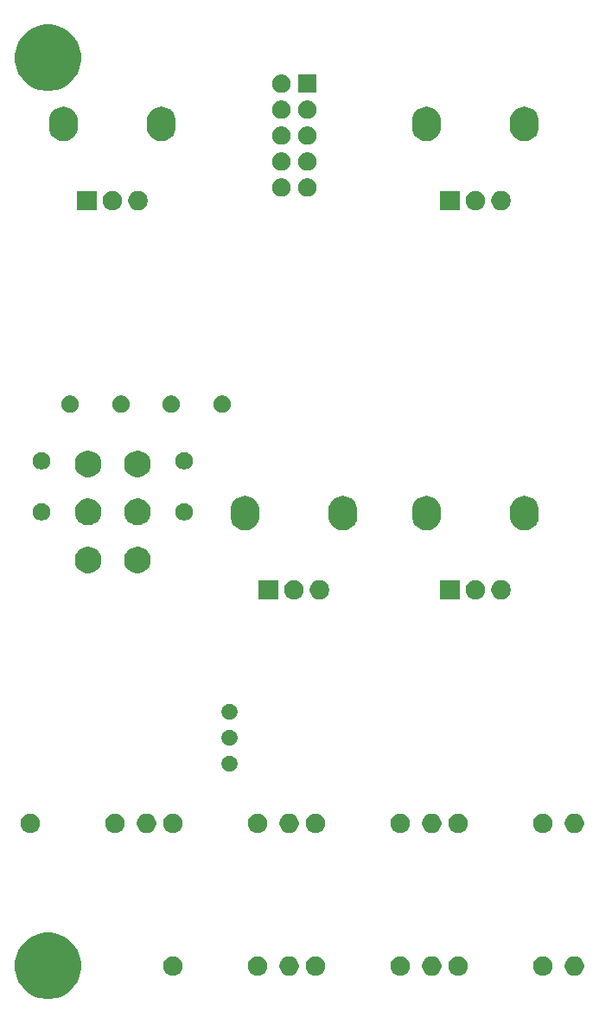
<source format=gbr>
G04 #@! TF.GenerationSoftware,KiCad,Pcbnew,5.1.6-c6e7f7d~87~ubuntu18.04.1*
G04 #@! TF.CreationDate,2020-08-03T08:46:45-04:00*
G04 #@! TF.ProjectId,2164SVF,32313634-5356-4462-9e6b-696361645f70,1*
G04 #@! TF.SameCoordinates,Original*
G04 #@! TF.FileFunction,Soldermask,Top*
G04 #@! TF.FilePolarity,Negative*
%FSLAX46Y46*%
G04 Gerber Fmt 4.6, Leading zero omitted, Abs format (unit mm)*
G04 Created by KiCad (PCBNEW 5.1.6-c6e7f7d~87~ubuntu18.04.1) date 2020-08-03 08:46:45*
%MOMM*%
%LPD*%
G01*
G04 APERTURE LIST*
%ADD10C,0.100000*%
G04 APERTURE END LIST*
D10*
G36*
X108584239Y-137781467D02*
G01*
X108898282Y-137843934D01*
X109489926Y-138089001D01*
X110022392Y-138444784D01*
X110475216Y-138897608D01*
X110830999Y-139430074D01*
X111076066Y-140021718D01*
X111117756Y-140231309D01*
X111201000Y-140649803D01*
X111201000Y-141290197D01*
X111144105Y-141576225D01*
X111076066Y-141918282D01*
X110830999Y-142509926D01*
X110475216Y-143042392D01*
X110022392Y-143495216D01*
X109489926Y-143850999D01*
X108898282Y-144096066D01*
X108584239Y-144158533D01*
X108270197Y-144221000D01*
X107629803Y-144221000D01*
X107315761Y-144158533D01*
X107001718Y-144096066D01*
X106410074Y-143850999D01*
X105877608Y-143495216D01*
X105424784Y-143042392D01*
X105069001Y-142509926D01*
X104823934Y-141918282D01*
X104755895Y-141576225D01*
X104699000Y-141290197D01*
X104699000Y-140649803D01*
X104782244Y-140231309D01*
X104823934Y-140021718D01*
X105069001Y-139430074D01*
X105424784Y-138897608D01*
X105877608Y-138444784D01*
X106410074Y-138089001D01*
X107001718Y-137843934D01*
X107315761Y-137781467D01*
X107629803Y-137719000D01*
X108270197Y-137719000D01*
X108584239Y-137781467D01*
G37*
G36*
X159792395Y-140055546D02*
G01*
X159965466Y-140127234D01*
X159965467Y-140127235D01*
X160121227Y-140231310D01*
X160253690Y-140363773D01*
X160253691Y-140363775D01*
X160357766Y-140519534D01*
X160429454Y-140692605D01*
X160466000Y-140876333D01*
X160466000Y-141063667D01*
X160429454Y-141247395D01*
X160357766Y-141420466D01*
X160357765Y-141420467D01*
X160253690Y-141576227D01*
X160121227Y-141708690D01*
X160042818Y-141761081D01*
X159965466Y-141812766D01*
X159792395Y-141884454D01*
X159608667Y-141921000D01*
X159421333Y-141921000D01*
X159237605Y-141884454D01*
X159064534Y-141812766D01*
X158987182Y-141761081D01*
X158908773Y-141708690D01*
X158776310Y-141576227D01*
X158672235Y-141420467D01*
X158672234Y-141420466D01*
X158600546Y-141247395D01*
X158564000Y-141063667D01*
X158564000Y-140876333D01*
X158600546Y-140692605D01*
X158672234Y-140519534D01*
X158776309Y-140363775D01*
X158776310Y-140363773D01*
X158908773Y-140231310D01*
X159064533Y-140127235D01*
X159064534Y-140127234D01*
X159237605Y-140055546D01*
X159421333Y-140019000D01*
X159608667Y-140019000D01*
X159792395Y-140055546D01*
G37*
G36*
X120452395Y-140055546D02*
G01*
X120625466Y-140127234D01*
X120625467Y-140127235D01*
X120781227Y-140231310D01*
X120913690Y-140363773D01*
X120913691Y-140363775D01*
X121017766Y-140519534D01*
X121089454Y-140692605D01*
X121126000Y-140876333D01*
X121126000Y-141063667D01*
X121089454Y-141247395D01*
X121017766Y-141420466D01*
X121017765Y-141420467D01*
X120913690Y-141576227D01*
X120781227Y-141708690D01*
X120702818Y-141761081D01*
X120625466Y-141812766D01*
X120452395Y-141884454D01*
X120268667Y-141921000D01*
X120081333Y-141921000D01*
X119897605Y-141884454D01*
X119724534Y-141812766D01*
X119647182Y-141761081D01*
X119568773Y-141708690D01*
X119436310Y-141576227D01*
X119332235Y-141420467D01*
X119332234Y-141420466D01*
X119260546Y-141247395D01*
X119224000Y-141063667D01*
X119224000Y-140876333D01*
X119260546Y-140692605D01*
X119332234Y-140519534D01*
X119436309Y-140363775D01*
X119436310Y-140363773D01*
X119568773Y-140231310D01*
X119724533Y-140127235D01*
X119724534Y-140127234D01*
X119897605Y-140055546D01*
X120081333Y-140019000D01*
X120268667Y-140019000D01*
X120452395Y-140055546D01*
G37*
G36*
X131852395Y-140055546D02*
G01*
X132025466Y-140127234D01*
X132025467Y-140127235D01*
X132181227Y-140231310D01*
X132313690Y-140363773D01*
X132313691Y-140363775D01*
X132417766Y-140519534D01*
X132489454Y-140692605D01*
X132526000Y-140876333D01*
X132526000Y-141063667D01*
X132489454Y-141247395D01*
X132417766Y-141420466D01*
X132417765Y-141420467D01*
X132313690Y-141576227D01*
X132181227Y-141708690D01*
X132102818Y-141761081D01*
X132025466Y-141812766D01*
X131852395Y-141884454D01*
X131668667Y-141921000D01*
X131481333Y-141921000D01*
X131297605Y-141884454D01*
X131124534Y-141812766D01*
X131047182Y-141761081D01*
X130968773Y-141708690D01*
X130836310Y-141576227D01*
X130732235Y-141420467D01*
X130732234Y-141420466D01*
X130660546Y-141247395D01*
X130624000Y-141063667D01*
X130624000Y-140876333D01*
X130660546Y-140692605D01*
X130732234Y-140519534D01*
X130836309Y-140363775D01*
X130836310Y-140363773D01*
X130968773Y-140231310D01*
X131124533Y-140127235D01*
X131124534Y-140127234D01*
X131297605Y-140055546D01*
X131481333Y-140019000D01*
X131668667Y-140019000D01*
X131852395Y-140055546D01*
G37*
G36*
X128752395Y-140055546D02*
G01*
X128925466Y-140127234D01*
X128925467Y-140127235D01*
X129081227Y-140231310D01*
X129213690Y-140363773D01*
X129213691Y-140363775D01*
X129317766Y-140519534D01*
X129389454Y-140692605D01*
X129426000Y-140876333D01*
X129426000Y-141063667D01*
X129389454Y-141247395D01*
X129317766Y-141420466D01*
X129317765Y-141420467D01*
X129213690Y-141576227D01*
X129081227Y-141708690D01*
X129002818Y-141761081D01*
X128925466Y-141812766D01*
X128752395Y-141884454D01*
X128568667Y-141921000D01*
X128381333Y-141921000D01*
X128197605Y-141884454D01*
X128024534Y-141812766D01*
X127947182Y-141761081D01*
X127868773Y-141708690D01*
X127736310Y-141576227D01*
X127632235Y-141420467D01*
X127632234Y-141420466D01*
X127560546Y-141247395D01*
X127524000Y-141063667D01*
X127524000Y-140876333D01*
X127560546Y-140692605D01*
X127632234Y-140519534D01*
X127736309Y-140363775D01*
X127736310Y-140363773D01*
X127868773Y-140231310D01*
X128024533Y-140127235D01*
X128024534Y-140127234D01*
X128197605Y-140055546D01*
X128381333Y-140019000D01*
X128568667Y-140019000D01*
X128752395Y-140055546D01*
G37*
G36*
X134422395Y-140055546D02*
G01*
X134595466Y-140127234D01*
X134595467Y-140127235D01*
X134751227Y-140231310D01*
X134883690Y-140363773D01*
X134883691Y-140363775D01*
X134987766Y-140519534D01*
X135059454Y-140692605D01*
X135096000Y-140876333D01*
X135096000Y-141063667D01*
X135059454Y-141247395D01*
X134987766Y-141420466D01*
X134987765Y-141420467D01*
X134883690Y-141576227D01*
X134751227Y-141708690D01*
X134672818Y-141761081D01*
X134595466Y-141812766D01*
X134422395Y-141884454D01*
X134238667Y-141921000D01*
X134051333Y-141921000D01*
X133867605Y-141884454D01*
X133694534Y-141812766D01*
X133617182Y-141761081D01*
X133538773Y-141708690D01*
X133406310Y-141576227D01*
X133302235Y-141420467D01*
X133302234Y-141420466D01*
X133230546Y-141247395D01*
X133194000Y-141063667D01*
X133194000Y-140876333D01*
X133230546Y-140692605D01*
X133302234Y-140519534D01*
X133406309Y-140363775D01*
X133406310Y-140363773D01*
X133538773Y-140231310D01*
X133694533Y-140127235D01*
X133694534Y-140127234D01*
X133867605Y-140055546D01*
X134051333Y-140019000D01*
X134238667Y-140019000D01*
X134422395Y-140055546D01*
G37*
G36*
X142722395Y-140055546D02*
G01*
X142895466Y-140127234D01*
X142895467Y-140127235D01*
X143051227Y-140231310D01*
X143183690Y-140363773D01*
X143183691Y-140363775D01*
X143287766Y-140519534D01*
X143359454Y-140692605D01*
X143396000Y-140876333D01*
X143396000Y-141063667D01*
X143359454Y-141247395D01*
X143287766Y-141420466D01*
X143287765Y-141420467D01*
X143183690Y-141576227D01*
X143051227Y-141708690D01*
X142972818Y-141761081D01*
X142895466Y-141812766D01*
X142722395Y-141884454D01*
X142538667Y-141921000D01*
X142351333Y-141921000D01*
X142167605Y-141884454D01*
X141994534Y-141812766D01*
X141917182Y-141761081D01*
X141838773Y-141708690D01*
X141706310Y-141576227D01*
X141602235Y-141420467D01*
X141602234Y-141420466D01*
X141530546Y-141247395D01*
X141494000Y-141063667D01*
X141494000Y-140876333D01*
X141530546Y-140692605D01*
X141602234Y-140519534D01*
X141706309Y-140363775D01*
X141706310Y-140363773D01*
X141838773Y-140231310D01*
X141994533Y-140127235D01*
X141994534Y-140127234D01*
X142167605Y-140055546D01*
X142351333Y-140019000D01*
X142538667Y-140019000D01*
X142722395Y-140055546D01*
G37*
G36*
X148392395Y-140055546D02*
G01*
X148565466Y-140127234D01*
X148565467Y-140127235D01*
X148721227Y-140231310D01*
X148853690Y-140363773D01*
X148853691Y-140363775D01*
X148957766Y-140519534D01*
X149029454Y-140692605D01*
X149066000Y-140876333D01*
X149066000Y-141063667D01*
X149029454Y-141247395D01*
X148957766Y-141420466D01*
X148957765Y-141420467D01*
X148853690Y-141576227D01*
X148721227Y-141708690D01*
X148642818Y-141761081D01*
X148565466Y-141812766D01*
X148392395Y-141884454D01*
X148208667Y-141921000D01*
X148021333Y-141921000D01*
X147837605Y-141884454D01*
X147664534Y-141812766D01*
X147587182Y-141761081D01*
X147508773Y-141708690D01*
X147376310Y-141576227D01*
X147272235Y-141420467D01*
X147272234Y-141420466D01*
X147200546Y-141247395D01*
X147164000Y-141063667D01*
X147164000Y-140876333D01*
X147200546Y-140692605D01*
X147272234Y-140519534D01*
X147376309Y-140363775D01*
X147376310Y-140363773D01*
X147508773Y-140231310D01*
X147664533Y-140127235D01*
X147664534Y-140127234D01*
X147837605Y-140055546D01*
X148021333Y-140019000D01*
X148208667Y-140019000D01*
X148392395Y-140055546D01*
G37*
G36*
X156692395Y-140055546D02*
G01*
X156865466Y-140127234D01*
X156865467Y-140127235D01*
X157021227Y-140231310D01*
X157153690Y-140363773D01*
X157153691Y-140363775D01*
X157257766Y-140519534D01*
X157329454Y-140692605D01*
X157366000Y-140876333D01*
X157366000Y-141063667D01*
X157329454Y-141247395D01*
X157257766Y-141420466D01*
X157257765Y-141420467D01*
X157153690Y-141576227D01*
X157021227Y-141708690D01*
X156942818Y-141761081D01*
X156865466Y-141812766D01*
X156692395Y-141884454D01*
X156508667Y-141921000D01*
X156321333Y-141921000D01*
X156137605Y-141884454D01*
X155964534Y-141812766D01*
X155887182Y-141761081D01*
X155808773Y-141708690D01*
X155676310Y-141576227D01*
X155572235Y-141420467D01*
X155572234Y-141420466D01*
X155500546Y-141247395D01*
X155464000Y-141063667D01*
X155464000Y-140876333D01*
X155500546Y-140692605D01*
X155572234Y-140519534D01*
X155676309Y-140363775D01*
X155676310Y-140363773D01*
X155808773Y-140231310D01*
X155964533Y-140127235D01*
X155964534Y-140127234D01*
X156137605Y-140055546D01*
X156321333Y-140019000D01*
X156508667Y-140019000D01*
X156692395Y-140055546D01*
G37*
G36*
X145822395Y-140055546D02*
G01*
X145995466Y-140127234D01*
X145995467Y-140127235D01*
X146151227Y-140231310D01*
X146283690Y-140363773D01*
X146283691Y-140363775D01*
X146387766Y-140519534D01*
X146459454Y-140692605D01*
X146496000Y-140876333D01*
X146496000Y-141063667D01*
X146459454Y-141247395D01*
X146387766Y-141420466D01*
X146387765Y-141420467D01*
X146283690Y-141576227D01*
X146151227Y-141708690D01*
X146072818Y-141761081D01*
X145995466Y-141812766D01*
X145822395Y-141884454D01*
X145638667Y-141921000D01*
X145451333Y-141921000D01*
X145267605Y-141884454D01*
X145094534Y-141812766D01*
X145017182Y-141761081D01*
X144938773Y-141708690D01*
X144806310Y-141576227D01*
X144702235Y-141420467D01*
X144702234Y-141420466D01*
X144630546Y-141247395D01*
X144594000Y-141063667D01*
X144594000Y-140876333D01*
X144630546Y-140692605D01*
X144702234Y-140519534D01*
X144806309Y-140363775D01*
X144806310Y-140363773D01*
X144938773Y-140231310D01*
X145094533Y-140127235D01*
X145094534Y-140127234D01*
X145267605Y-140055546D01*
X145451333Y-140019000D01*
X145638667Y-140019000D01*
X145822395Y-140055546D01*
G37*
G36*
X120452395Y-126085546D02*
G01*
X120625466Y-126157234D01*
X120625467Y-126157235D01*
X120781227Y-126261310D01*
X120913690Y-126393773D01*
X120913691Y-126393775D01*
X121017766Y-126549534D01*
X121089454Y-126722605D01*
X121126000Y-126906333D01*
X121126000Y-127093667D01*
X121089454Y-127277395D01*
X121017766Y-127450466D01*
X121017765Y-127450467D01*
X120913690Y-127606227D01*
X120781227Y-127738690D01*
X120702818Y-127791081D01*
X120625466Y-127842766D01*
X120452395Y-127914454D01*
X120268667Y-127951000D01*
X120081333Y-127951000D01*
X119897605Y-127914454D01*
X119724534Y-127842766D01*
X119647182Y-127791081D01*
X119568773Y-127738690D01*
X119436310Y-127606227D01*
X119332235Y-127450467D01*
X119332234Y-127450466D01*
X119260546Y-127277395D01*
X119224000Y-127093667D01*
X119224000Y-126906333D01*
X119260546Y-126722605D01*
X119332234Y-126549534D01*
X119436309Y-126393775D01*
X119436310Y-126393773D01*
X119568773Y-126261310D01*
X119724533Y-126157235D01*
X119724534Y-126157234D01*
X119897605Y-126085546D01*
X120081333Y-126049000D01*
X120268667Y-126049000D01*
X120452395Y-126085546D01*
G37*
G36*
X134422395Y-126085546D02*
G01*
X134595466Y-126157234D01*
X134595467Y-126157235D01*
X134751227Y-126261310D01*
X134883690Y-126393773D01*
X134883691Y-126393775D01*
X134987766Y-126549534D01*
X135059454Y-126722605D01*
X135096000Y-126906333D01*
X135096000Y-127093667D01*
X135059454Y-127277395D01*
X134987766Y-127450466D01*
X134987765Y-127450467D01*
X134883690Y-127606227D01*
X134751227Y-127738690D01*
X134672818Y-127791081D01*
X134595466Y-127842766D01*
X134422395Y-127914454D01*
X134238667Y-127951000D01*
X134051333Y-127951000D01*
X133867605Y-127914454D01*
X133694534Y-127842766D01*
X133617182Y-127791081D01*
X133538773Y-127738690D01*
X133406310Y-127606227D01*
X133302235Y-127450467D01*
X133302234Y-127450466D01*
X133230546Y-127277395D01*
X133194000Y-127093667D01*
X133194000Y-126906333D01*
X133230546Y-126722605D01*
X133302234Y-126549534D01*
X133406309Y-126393775D01*
X133406310Y-126393773D01*
X133538773Y-126261310D01*
X133694533Y-126157235D01*
X133694534Y-126157234D01*
X133867605Y-126085546D01*
X134051333Y-126049000D01*
X134238667Y-126049000D01*
X134422395Y-126085546D01*
G37*
G36*
X128752395Y-126085546D02*
G01*
X128925466Y-126157234D01*
X128925467Y-126157235D01*
X129081227Y-126261310D01*
X129213690Y-126393773D01*
X129213691Y-126393775D01*
X129317766Y-126549534D01*
X129389454Y-126722605D01*
X129426000Y-126906333D01*
X129426000Y-127093667D01*
X129389454Y-127277395D01*
X129317766Y-127450466D01*
X129317765Y-127450467D01*
X129213690Y-127606227D01*
X129081227Y-127738690D01*
X129002818Y-127791081D01*
X128925466Y-127842766D01*
X128752395Y-127914454D01*
X128568667Y-127951000D01*
X128381333Y-127951000D01*
X128197605Y-127914454D01*
X128024534Y-127842766D01*
X127947182Y-127791081D01*
X127868773Y-127738690D01*
X127736310Y-127606227D01*
X127632235Y-127450467D01*
X127632234Y-127450466D01*
X127560546Y-127277395D01*
X127524000Y-127093667D01*
X127524000Y-126906333D01*
X127560546Y-126722605D01*
X127632234Y-126549534D01*
X127736309Y-126393775D01*
X127736310Y-126393773D01*
X127868773Y-126261310D01*
X128024533Y-126157235D01*
X128024534Y-126157234D01*
X128197605Y-126085546D01*
X128381333Y-126049000D01*
X128568667Y-126049000D01*
X128752395Y-126085546D01*
G37*
G36*
X156692395Y-126085546D02*
G01*
X156865466Y-126157234D01*
X156865467Y-126157235D01*
X157021227Y-126261310D01*
X157153690Y-126393773D01*
X157153691Y-126393775D01*
X157257766Y-126549534D01*
X157329454Y-126722605D01*
X157366000Y-126906333D01*
X157366000Y-127093667D01*
X157329454Y-127277395D01*
X157257766Y-127450466D01*
X157257765Y-127450467D01*
X157153690Y-127606227D01*
X157021227Y-127738690D01*
X156942818Y-127791081D01*
X156865466Y-127842766D01*
X156692395Y-127914454D01*
X156508667Y-127951000D01*
X156321333Y-127951000D01*
X156137605Y-127914454D01*
X155964534Y-127842766D01*
X155887182Y-127791081D01*
X155808773Y-127738690D01*
X155676310Y-127606227D01*
X155572235Y-127450467D01*
X155572234Y-127450466D01*
X155500546Y-127277395D01*
X155464000Y-127093667D01*
X155464000Y-126906333D01*
X155500546Y-126722605D01*
X155572234Y-126549534D01*
X155676309Y-126393775D01*
X155676310Y-126393773D01*
X155808773Y-126261310D01*
X155964533Y-126157235D01*
X155964534Y-126157234D01*
X156137605Y-126085546D01*
X156321333Y-126049000D01*
X156508667Y-126049000D01*
X156692395Y-126085546D01*
G37*
G36*
X106482395Y-126085546D02*
G01*
X106655466Y-126157234D01*
X106655467Y-126157235D01*
X106811227Y-126261310D01*
X106943690Y-126393773D01*
X106943691Y-126393775D01*
X107047766Y-126549534D01*
X107119454Y-126722605D01*
X107156000Y-126906333D01*
X107156000Y-127093667D01*
X107119454Y-127277395D01*
X107047766Y-127450466D01*
X107047765Y-127450467D01*
X106943690Y-127606227D01*
X106811227Y-127738690D01*
X106732818Y-127791081D01*
X106655466Y-127842766D01*
X106482395Y-127914454D01*
X106298667Y-127951000D01*
X106111333Y-127951000D01*
X105927605Y-127914454D01*
X105754534Y-127842766D01*
X105677182Y-127791081D01*
X105598773Y-127738690D01*
X105466310Y-127606227D01*
X105362235Y-127450467D01*
X105362234Y-127450466D01*
X105290546Y-127277395D01*
X105254000Y-127093667D01*
X105254000Y-126906333D01*
X105290546Y-126722605D01*
X105362234Y-126549534D01*
X105466309Y-126393775D01*
X105466310Y-126393773D01*
X105598773Y-126261310D01*
X105754533Y-126157235D01*
X105754534Y-126157234D01*
X105927605Y-126085546D01*
X106111333Y-126049000D01*
X106298667Y-126049000D01*
X106482395Y-126085546D01*
G37*
G36*
X148392395Y-126085546D02*
G01*
X148565466Y-126157234D01*
X148565467Y-126157235D01*
X148721227Y-126261310D01*
X148853690Y-126393773D01*
X148853691Y-126393775D01*
X148957766Y-126549534D01*
X149029454Y-126722605D01*
X149066000Y-126906333D01*
X149066000Y-127093667D01*
X149029454Y-127277395D01*
X148957766Y-127450466D01*
X148957765Y-127450467D01*
X148853690Y-127606227D01*
X148721227Y-127738690D01*
X148642818Y-127791081D01*
X148565466Y-127842766D01*
X148392395Y-127914454D01*
X148208667Y-127951000D01*
X148021333Y-127951000D01*
X147837605Y-127914454D01*
X147664534Y-127842766D01*
X147587182Y-127791081D01*
X147508773Y-127738690D01*
X147376310Y-127606227D01*
X147272235Y-127450467D01*
X147272234Y-127450466D01*
X147200546Y-127277395D01*
X147164000Y-127093667D01*
X147164000Y-126906333D01*
X147200546Y-126722605D01*
X147272234Y-126549534D01*
X147376309Y-126393775D01*
X147376310Y-126393773D01*
X147508773Y-126261310D01*
X147664533Y-126157235D01*
X147664534Y-126157234D01*
X147837605Y-126085546D01*
X148021333Y-126049000D01*
X148208667Y-126049000D01*
X148392395Y-126085546D01*
G37*
G36*
X142722395Y-126085546D02*
G01*
X142895466Y-126157234D01*
X142895467Y-126157235D01*
X143051227Y-126261310D01*
X143183690Y-126393773D01*
X143183691Y-126393775D01*
X143287766Y-126549534D01*
X143359454Y-126722605D01*
X143396000Y-126906333D01*
X143396000Y-127093667D01*
X143359454Y-127277395D01*
X143287766Y-127450466D01*
X143287765Y-127450467D01*
X143183690Y-127606227D01*
X143051227Y-127738690D01*
X142972818Y-127791081D01*
X142895466Y-127842766D01*
X142722395Y-127914454D01*
X142538667Y-127951000D01*
X142351333Y-127951000D01*
X142167605Y-127914454D01*
X141994534Y-127842766D01*
X141917182Y-127791081D01*
X141838773Y-127738690D01*
X141706310Y-127606227D01*
X141602235Y-127450467D01*
X141602234Y-127450466D01*
X141530546Y-127277395D01*
X141494000Y-127093667D01*
X141494000Y-126906333D01*
X141530546Y-126722605D01*
X141602234Y-126549534D01*
X141706309Y-126393775D01*
X141706310Y-126393773D01*
X141838773Y-126261310D01*
X141994533Y-126157235D01*
X141994534Y-126157234D01*
X142167605Y-126085546D01*
X142351333Y-126049000D01*
X142538667Y-126049000D01*
X142722395Y-126085546D01*
G37*
G36*
X117882395Y-126085546D02*
G01*
X118055466Y-126157234D01*
X118055467Y-126157235D01*
X118211227Y-126261310D01*
X118343690Y-126393773D01*
X118343691Y-126393775D01*
X118447766Y-126549534D01*
X118519454Y-126722605D01*
X118556000Y-126906333D01*
X118556000Y-127093667D01*
X118519454Y-127277395D01*
X118447766Y-127450466D01*
X118447765Y-127450467D01*
X118343690Y-127606227D01*
X118211227Y-127738690D01*
X118132818Y-127791081D01*
X118055466Y-127842766D01*
X117882395Y-127914454D01*
X117698667Y-127951000D01*
X117511333Y-127951000D01*
X117327605Y-127914454D01*
X117154534Y-127842766D01*
X117077182Y-127791081D01*
X116998773Y-127738690D01*
X116866310Y-127606227D01*
X116762235Y-127450467D01*
X116762234Y-127450466D01*
X116690546Y-127277395D01*
X116654000Y-127093667D01*
X116654000Y-126906333D01*
X116690546Y-126722605D01*
X116762234Y-126549534D01*
X116866309Y-126393775D01*
X116866310Y-126393773D01*
X116998773Y-126261310D01*
X117154533Y-126157235D01*
X117154534Y-126157234D01*
X117327605Y-126085546D01*
X117511333Y-126049000D01*
X117698667Y-126049000D01*
X117882395Y-126085546D01*
G37*
G36*
X114782395Y-126085546D02*
G01*
X114955466Y-126157234D01*
X114955467Y-126157235D01*
X115111227Y-126261310D01*
X115243690Y-126393773D01*
X115243691Y-126393775D01*
X115347766Y-126549534D01*
X115419454Y-126722605D01*
X115456000Y-126906333D01*
X115456000Y-127093667D01*
X115419454Y-127277395D01*
X115347766Y-127450466D01*
X115347765Y-127450467D01*
X115243690Y-127606227D01*
X115111227Y-127738690D01*
X115032818Y-127791081D01*
X114955466Y-127842766D01*
X114782395Y-127914454D01*
X114598667Y-127951000D01*
X114411333Y-127951000D01*
X114227605Y-127914454D01*
X114054534Y-127842766D01*
X113977182Y-127791081D01*
X113898773Y-127738690D01*
X113766310Y-127606227D01*
X113662235Y-127450467D01*
X113662234Y-127450466D01*
X113590546Y-127277395D01*
X113554000Y-127093667D01*
X113554000Y-126906333D01*
X113590546Y-126722605D01*
X113662234Y-126549534D01*
X113766309Y-126393775D01*
X113766310Y-126393773D01*
X113898773Y-126261310D01*
X114054533Y-126157235D01*
X114054534Y-126157234D01*
X114227605Y-126085546D01*
X114411333Y-126049000D01*
X114598667Y-126049000D01*
X114782395Y-126085546D01*
G37*
G36*
X131852395Y-126085546D02*
G01*
X132025466Y-126157234D01*
X132025467Y-126157235D01*
X132181227Y-126261310D01*
X132313690Y-126393773D01*
X132313691Y-126393775D01*
X132417766Y-126549534D01*
X132489454Y-126722605D01*
X132526000Y-126906333D01*
X132526000Y-127093667D01*
X132489454Y-127277395D01*
X132417766Y-127450466D01*
X132417765Y-127450467D01*
X132313690Y-127606227D01*
X132181227Y-127738690D01*
X132102818Y-127791081D01*
X132025466Y-127842766D01*
X131852395Y-127914454D01*
X131668667Y-127951000D01*
X131481333Y-127951000D01*
X131297605Y-127914454D01*
X131124534Y-127842766D01*
X131047182Y-127791081D01*
X130968773Y-127738690D01*
X130836310Y-127606227D01*
X130732235Y-127450467D01*
X130732234Y-127450466D01*
X130660546Y-127277395D01*
X130624000Y-127093667D01*
X130624000Y-126906333D01*
X130660546Y-126722605D01*
X130732234Y-126549534D01*
X130836309Y-126393775D01*
X130836310Y-126393773D01*
X130968773Y-126261310D01*
X131124533Y-126157235D01*
X131124534Y-126157234D01*
X131297605Y-126085546D01*
X131481333Y-126049000D01*
X131668667Y-126049000D01*
X131852395Y-126085546D01*
G37*
G36*
X159792395Y-126085546D02*
G01*
X159965466Y-126157234D01*
X159965467Y-126157235D01*
X160121227Y-126261310D01*
X160253690Y-126393773D01*
X160253691Y-126393775D01*
X160357766Y-126549534D01*
X160429454Y-126722605D01*
X160466000Y-126906333D01*
X160466000Y-127093667D01*
X160429454Y-127277395D01*
X160357766Y-127450466D01*
X160357765Y-127450467D01*
X160253690Y-127606227D01*
X160121227Y-127738690D01*
X160042818Y-127791081D01*
X159965466Y-127842766D01*
X159792395Y-127914454D01*
X159608667Y-127951000D01*
X159421333Y-127951000D01*
X159237605Y-127914454D01*
X159064534Y-127842766D01*
X158987182Y-127791081D01*
X158908773Y-127738690D01*
X158776310Y-127606227D01*
X158672235Y-127450467D01*
X158672234Y-127450466D01*
X158600546Y-127277395D01*
X158564000Y-127093667D01*
X158564000Y-126906333D01*
X158600546Y-126722605D01*
X158672234Y-126549534D01*
X158776309Y-126393775D01*
X158776310Y-126393773D01*
X158908773Y-126261310D01*
X159064533Y-126157235D01*
X159064534Y-126157234D01*
X159237605Y-126085546D01*
X159421333Y-126049000D01*
X159608667Y-126049000D01*
X159792395Y-126085546D01*
G37*
G36*
X145822395Y-126085546D02*
G01*
X145995466Y-126157234D01*
X145995467Y-126157235D01*
X146151227Y-126261310D01*
X146283690Y-126393773D01*
X146283691Y-126393775D01*
X146387766Y-126549534D01*
X146459454Y-126722605D01*
X146496000Y-126906333D01*
X146496000Y-127093667D01*
X146459454Y-127277395D01*
X146387766Y-127450466D01*
X146387765Y-127450467D01*
X146283690Y-127606227D01*
X146151227Y-127738690D01*
X146072818Y-127791081D01*
X145995466Y-127842766D01*
X145822395Y-127914454D01*
X145638667Y-127951000D01*
X145451333Y-127951000D01*
X145267605Y-127914454D01*
X145094534Y-127842766D01*
X145017182Y-127791081D01*
X144938773Y-127738690D01*
X144806310Y-127606227D01*
X144702235Y-127450467D01*
X144702234Y-127450466D01*
X144630546Y-127277395D01*
X144594000Y-127093667D01*
X144594000Y-126906333D01*
X144630546Y-126722605D01*
X144702234Y-126549534D01*
X144806309Y-126393775D01*
X144806310Y-126393773D01*
X144938773Y-126261310D01*
X145094533Y-126157235D01*
X145094534Y-126157234D01*
X145267605Y-126085546D01*
X145451333Y-126049000D01*
X145638667Y-126049000D01*
X145822395Y-126085546D01*
G37*
G36*
X125855589Y-120396876D02*
G01*
X125954893Y-120416629D01*
X126095206Y-120474748D01*
X126221484Y-120559125D01*
X126328875Y-120666516D01*
X126413252Y-120792794D01*
X126471371Y-120933107D01*
X126501000Y-121082063D01*
X126501000Y-121233937D01*
X126471371Y-121382893D01*
X126413252Y-121523206D01*
X126328875Y-121649484D01*
X126221484Y-121756875D01*
X126095206Y-121841252D01*
X125954893Y-121899371D01*
X125855589Y-121919124D01*
X125805938Y-121929000D01*
X125654062Y-121929000D01*
X125604411Y-121919124D01*
X125505107Y-121899371D01*
X125364794Y-121841252D01*
X125238516Y-121756875D01*
X125131125Y-121649484D01*
X125046748Y-121523206D01*
X124988629Y-121382893D01*
X124959000Y-121233937D01*
X124959000Y-121082063D01*
X124988629Y-120933107D01*
X125046748Y-120792794D01*
X125131125Y-120666516D01*
X125238516Y-120559125D01*
X125364794Y-120474748D01*
X125505107Y-120416629D01*
X125604411Y-120396876D01*
X125654062Y-120387000D01*
X125805938Y-120387000D01*
X125855589Y-120396876D01*
G37*
G36*
X125855589Y-117856876D02*
G01*
X125954893Y-117876629D01*
X126095206Y-117934748D01*
X126221484Y-118019125D01*
X126328875Y-118126516D01*
X126413252Y-118252794D01*
X126471371Y-118393107D01*
X126501000Y-118542063D01*
X126501000Y-118693937D01*
X126471371Y-118842893D01*
X126413252Y-118983206D01*
X126328875Y-119109484D01*
X126221484Y-119216875D01*
X126095206Y-119301252D01*
X125954893Y-119359371D01*
X125855589Y-119379124D01*
X125805938Y-119389000D01*
X125654062Y-119389000D01*
X125604411Y-119379124D01*
X125505107Y-119359371D01*
X125364794Y-119301252D01*
X125238516Y-119216875D01*
X125131125Y-119109484D01*
X125046748Y-118983206D01*
X124988629Y-118842893D01*
X124959000Y-118693937D01*
X124959000Y-118542063D01*
X124988629Y-118393107D01*
X125046748Y-118252794D01*
X125131125Y-118126516D01*
X125238516Y-118019125D01*
X125364794Y-117934748D01*
X125505107Y-117876629D01*
X125604411Y-117856876D01*
X125654062Y-117847000D01*
X125805938Y-117847000D01*
X125855589Y-117856876D01*
G37*
G36*
X125855589Y-115316876D02*
G01*
X125954893Y-115336629D01*
X126095206Y-115394748D01*
X126221484Y-115479125D01*
X126328875Y-115586516D01*
X126413252Y-115712794D01*
X126471371Y-115853107D01*
X126501000Y-116002063D01*
X126501000Y-116153937D01*
X126471371Y-116302893D01*
X126413252Y-116443206D01*
X126328875Y-116569484D01*
X126221484Y-116676875D01*
X126095206Y-116761252D01*
X125954893Y-116819371D01*
X125855589Y-116839124D01*
X125805938Y-116849000D01*
X125654062Y-116849000D01*
X125604411Y-116839124D01*
X125505107Y-116819371D01*
X125364794Y-116761252D01*
X125238516Y-116676875D01*
X125131125Y-116569484D01*
X125046748Y-116443206D01*
X124988629Y-116302893D01*
X124959000Y-116153937D01*
X124959000Y-116002063D01*
X124988629Y-115853107D01*
X125046748Y-115712794D01*
X125131125Y-115586516D01*
X125238516Y-115479125D01*
X125364794Y-115394748D01*
X125505107Y-115336629D01*
X125604411Y-115316876D01*
X125654062Y-115307000D01*
X125805938Y-115307000D01*
X125855589Y-115316876D01*
G37*
G36*
X148271000Y-105091000D02*
G01*
X146369000Y-105091000D01*
X146369000Y-103189000D01*
X148271000Y-103189000D01*
X148271000Y-105091000D01*
G37*
G36*
X130491000Y-105091000D02*
G01*
X128589000Y-105091000D01*
X128589000Y-103189000D01*
X130491000Y-103189000D01*
X130491000Y-105091000D01*
G37*
G36*
X134817395Y-103225546D02*
G01*
X134990466Y-103297234D01*
X134990467Y-103297235D01*
X135146227Y-103401310D01*
X135278690Y-103533773D01*
X135278691Y-103533775D01*
X135382766Y-103689534D01*
X135454454Y-103862605D01*
X135491000Y-104046333D01*
X135491000Y-104233667D01*
X135454454Y-104417395D01*
X135382766Y-104590466D01*
X135382765Y-104590467D01*
X135278690Y-104746227D01*
X135146227Y-104878690D01*
X135067818Y-104931081D01*
X134990466Y-104982766D01*
X134817395Y-105054454D01*
X134633667Y-105091000D01*
X134446333Y-105091000D01*
X134262605Y-105054454D01*
X134089534Y-104982766D01*
X134012182Y-104931081D01*
X133933773Y-104878690D01*
X133801310Y-104746227D01*
X133697235Y-104590467D01*
X133697234Y-104590466D01*
X133625546Y-104417395D01*
X133589000Y-104233667D01*
X133589000Y-104046333D01*
X133625546Y-103862605D01*
X133697234Y-103689534D01*
X133801309Y-103533775D01*
X133801310Y-103533773D01*
X133933773Y-103401310D01*
X134089533Y-103297235D01*
X134089534Y-103297234D01*
X134262605Y-103225546D01*
X134446333Y-103189000D01*
X134633667Y-103189000D01*
X134817395Y-103225546D01*
G37*
G36*
X132317395Y-103225546D02*
G01*
X132490466Y-103297234D01*
X132490467Y-103297235D01*
X132646227Y-103401310D01*
X132778690Y-103533773D01*
X132778691Y-103533775D01*
X132882766Y-103689534D01*
X132954454Y-103862605D01*
X132991000Y-104046333D01*
X132991000Y-104233667D01*
X132954454Y-104417395D01*
X132882766Y-104590466D01*
X132882765Y-104590467D01*
X132778690Y-104746227D01*
X132646227Y-104878690D01*
X132567818Y-104931081D01*
X132490466Y-104982766D01*
X132317395Y-105054454D01*
X132133667Y-105091000D01*
X131946333Y-105091000D01*
X131762605Y-105054454D01*
X131589534Y-104982766D01*
X131512182Y-104931081D01*
X131433773Y-104878690D01*
X131301310Y-104746227D01*
X131197235Y-104590467D01*
X131197234Y-104590466D01*
X131125546Y-104417395D01*
X131089000Y-104233667D01*
X131089000Y-104046333D01*
X131125546Y-103862605D01*
X131197234Y-103689534D01*
X131301309Y-103533775D01*
X131301310Y-103533773D01*
X131433773Y-103401310D01*
X131589533Y-103297235D01*
X131589534Y-103297234D01*
X131762605Y-103225546D01*
X131946333Y-103189000D01*
X132133667Y-103189000D01*
X132317395Y-103225546D01*
G37*
G36*
X152597395Y-103225546D02*
G01*
X152770466Y-103297234D01*
X152770467Y-103297235D01*
X152926227Y-103401310D01*
X153058690Y-103533773D01*
X153058691Y-103533775D01*
X153162766Y-103689534D01*
X153234454Y-103862605D01*
X153271000Y-104046333D01*
X153271000Y-104233667D01*
X153234454Y-104417395D01*
X153162766Y-104590466D01*
X153162765Y-104590467D01*
X153058690Y-104746227D01*
X152926227Y-104878690D01*
X152847818Y-104931081D01*
X152770466Y-104982766D01*
X152597395Y-105054454D01*
X152413667Y-105091000D01*
X152226333Y-105091000D01*
X152042605Y-105054454D01*
X151869534Y-104982766D01*
X151792182Y-104931081D01*
X151713773Y-104878690D01*
X151581310Y-104746227D01*
X151477235Y-104590467D01*
X151477234Y-104590466D01*
X151405546Y-104417395D01*
X151369000Y-104233667D01*
X151369000Y-104046333D01*
X151405546Y-103862605D01*
X151477234Y-103689534D01*
X151581309Y-103533775D01*
X151581310Y-103533773D01*
X151713773Y-103401310D01*
X151869533Y-103297235D01*
X151869534Y-103297234D01*
X152042605Y-103225546D01*
X152226333Y-103189000D01*
X152413667Y-103189000D01*
X152597395Y-103225546D01*
G37*
G36*
X150097395Y-103225546D02*
G01*
X150270466Y-103297234D01*
X150270467Y-103297235D01*
X150426227Y-103401310D01*
X150558690Y-103533773D01*
X150558691Y-103533775D01*
X150662766Y-103689534D01*
X150734454Y-103862605D01*
X150771000Y-104046333D01*
X150771000Y-104233667D01*
X150734454Y-104417395D01*
X150662766Y-104590466D01*
X150662765Y-104590467D01*
X150558690Y-104746227D01*
X150426227Y-104878690D01*
X150347818Y-104931081D01*
X150270466Y-104982766D01*
X150097395Y-105054454D01*
X149913667Y-105091000D01*
X149726333Y-105091000D01*
X149542605Y-105054454D01*
X149369534Y-104982766D01*
X149292182Y-104931081D01*
X149213773Y-104878690D01*
X149081310Y-104746227D01*
X148977235Y-104590467D01*
X148977234Y-104590466D01*
X148905546Y-104417395D01*
X148869000Y-104233667D01*
X148869000Y-104046333D01*
X148905546Y-103862605D01*
X148977234Y-103689534D01*
X149081309Y-103533775D01*
X149081310Y-103533773D01*
X149213773Y-103401310D01*
X149369533Y-103297235D01*
X149369534Y-103297234D01*
X149542605Y-103225546D01*
X149726333Y-103189000D01*
X149913667Y-103189000D01*
X150097395Y-103225546D01*
G37*
G36*
X112264487Y-99968996D02*
G01*
X112501253Y-100067068D01*
X112501255Y-100067069D01*
X112714339Y-100209447D01*
X112895553Y-100390661D01*
X113037932Y-100603747D01*
X113136004Y-100840513D01*
X113186000Y-101091861D01*
X113186000Y-101348139D01*
X113136004Y-101599487D01*
X113037932Y-101836253D01*
X113037931Y-101836255D01*
X112895553Y-102049339D01*
X112714339Y-102230553D01*
X112501255Y-102372931D01*
X112501254Y-102372932D01*
X112501253Y-102372932D01*
X112264487Y-102471004D01*
X112013139Y-102521000D01*
X111756861Y-102521000D01*
X111505513Y-102471004D01*
X111268747Y-102372932D01*
X111268746Y-102372932D01*
X111268745Y-102372931D01*
X111055661Y-102230553D01*
X110874447Y-102049339D01*
X110732069Y-101836255D01*
X110732068Y-101836253D01*
X110633996Y-101599487D01*
X110584000Y-101348139D01*
X110584000Y-101091861D01*
X110633996Y-100840513D01*
X110732068Y-100603747D01*
X110874447Y-100390661D01*
X111055661Y-100209447D01*
X111268745Y-100067069D01*
X111268747Y-100067068D01*
X111505513Y-99968996D01*
X111756861Y-99919000D01*
X112013139Y-99919000D01*
X112264487Y-99968996D01*
G37*
G36*
X117094487Y-99968996D02*
G01*
X117331253Y-100067068D01*
X117331255Y-100067069D01*
X117544339Y-100209447D01*
X117725553Y-100390661D01*
X117867932Y-100603747D01*
X117966004Y-100840513D01*
X118016000Y-101091861D01*
X118016000Y-101348139D01*
X117966004Y-101599487D01*
X117867932Y-101836253D01*
X117867931Y-101836255D01*
X117725553Y-102049339D01*
X117544339Y-102230553D01*
X117331255Y-102372931D01*
X117331254Y-102372932D01*
X117331253Y-102372932D01*
X117094487Y-102471004D01*
X116843139Y-102521000D01*
X116586861Y-102521000D01*
X116335513Y-102471004D01*
X116098747Y-102372932D01*
X116098746Y-102372932D01*
X116098745Y-102372931D01*
X115885661Y-102230553D01*
X115704447Y-102049339D01*
X115562069Y-101836255D01*
X115562068Y-101836253D01*
X115463996Y-101599487D01*
X115414000Y-101348139D01*
X115414000Y-101091861D01*
X115463996Y-100840513D01*
X115562068Y-100603747D01*
X115704447Y-100390661D01*
X115885661Y-100209447D01*
X116098745Y-100067069D01*
X116098747Y-100067068D01*
X116335513Y-99968996D01*
X116586861Y-99919000D01*
X116843139Y-99919000D01*
X117094487Y-99968996D01*
G37*
G36*
X137116604Y-94989416D02*
G01*
X137382579Y-95070099D01*
X137382581Y-95070100D01*
X137627701Y-95201119D01*
X137842556Y-95377444D01*
X138018881Y-95592299D01*
X138149900Y-95837418D01*
X138149900Y-95837419D01*
X138149901Y-95837421D01*
X138230584Y-96103397D01*
X138251000Y-96310685D01*
X138251000Y-96969316D01*
X138230584Y-97176604D01*
X138178185Y-97349339D01*
X138149900Y-97442581D01*
X138018881Y-97687701D01*
X137842556Y-97902556D01*
X137627700Y-98078881D01*
X137382580Y-98209900D01*
X137382578Y-98209901D01*
X137116603Y-98290584D01*
X136840000Y-98317827D01*
X136563396Y-98290584D01*
X136297421Y-98209901D01*
X136297419Y-98209900D01*
X136052299Y-98078881D01*
X135837444Y-97902556D01*
X135661119Y-97687700D01*
X135530100Y-97442580D01*
X135508386Y-97371000D01*
X135449416Y-97176603D01*
X135429000Y-96969315D01*
X135429000Y-96310684D01*
X135449416Y-96103396D01*
X135530099Y-95837421D01*
X135568353Y-95765852D01*
X135661119Y-95592299D01*
X135837444Y-95377444D01*
X136052300Y-95201119D01*
X136297420Y-95070100D01*
X136297422Y-95070099D01*
X136563397Y-94989416D01*
X136840000Y-94962173D01*
X137116604Y-94989416D01*
G37*
G36*
X127516604Y-94989416D02*
G01*
X127782579Y-95070099D01*
X127782581Y-95070100D01*
X128027701Y-95201119D01*
X128242556Y-95377444D01*
X128418881Y-95592299D01*
X128549900Y-95837418D01*
X128549900Y-95837419D01*
X128549901Y-95837421D01*
X128630584Y-96103397D01*
X128651000Y-96310685D01*
X128651000Y-96969316D01*
X128630584Y-97176604D01*
X128578185Y-97349339D01*
X128549900Y-97442581D01*
X128418881Y-97687701D01*
X128242556Y-97902556D01*
X128027700Y-98078881D01*
X127782580Y-98209900D01*
X127782578Y-98209901D01*
X127516603Y-98290584D01*
X127240000Y-98317827D01*
X126963396Y-98290584D01*
X126697421Y-98209901D01*
X126697419Y-98209900D01*
X126452299Y-98078881D01*
X126237444Y-97902556D01*
X126061119Y-97687700D01*
X125930100Y-97442580D01*
X125908386Y-97371000D01*
X125849416Y-97176603D01*
X125829000Y-96969315D01*
X125829000Y-96310684D01*
X125849416Y-96103396D01*
X125930099Y-95837421D01*
X125968353Y-95765852D01*
X126061119Y-95592299D01*
X126237444Y-95377444D01*
X126452300Y-95201119D01*
X126697420Y-95070100D01*
X126697422Y-95070099D01*
X126963397Y-94989416D01*
X127240000Y-94962173D01*
X127516604Y-94989416D01*
G37*
G36*
X145296604Y-94989416D02*
G01*
X145562579Y-95070099D01*
X145562581Y-95070100D01*
X145807701Y-95201119D01*
X146022556Y-95377444D01*
X146198881Y-95592299D01*
X146329900Y-95837418D01*
X146329900Y-95837419D01*
X146329901Y-95837421D01*
X146410584Y-96103397D01*
X146431000Y-96310685D01*
X146431000Y-96969316D01*
X146410584Y-97176604D01*
X146358185Y-97349339D01*
X146329900Y-97442581D01*
X146198881Y-97687701D01*
X146022556Y-97902556D01*
X145807700Y-98078881D01*
X145562580Y-98209900D01*
X145562578Y-98209901D01*
X145296603Y-98290584D01*
X145020000Y-98317827D01*
X144743396Y-98290584D01*
X144477421Y-98209901D01*
X144477419Y-98209900D01*
X144232299Y-98078881D01*
X144017444Y-97902556D01*
X143841119Y-97687700D01*
X143710100Y-97442580D01*
X143688386Y-97371000D01*
X143629416Y-97176603D01*
X143609000Y-96969315D01*
X143609000Y-96310684D01*
X143629416Y-96103396D01*
X143710099Y-95837421D01*
X143748353Y-95765852D01*
X143841119Y-95592299D01*
X144017444Y-95377444D01*
X144232300Y-95201119D01*
X144477420Y-95070100D01*
X144477422Y-95070099D01*
X144743397Y-94989416D01*
X145020000Y-94962173D01*
X145296604Y-94989416D01*
G37*
G36*
X154896604Y-94989416D02*
G01*
X155162579Y-95070099D01*
X155162581Y-95070100D01*
X155407701Y-95201119D01*
X155622556Y-95377444D01*
X155798881Y-95592299D01*
X155929900Y-95837418D01*
X155929900Y-95837419D01*
X155929901Y-95837421D01*
X156010584Y-96103397D01*
X156031000Y-96310685D01*
X156031000Y-96969316D01*
X156010584Y-97176604D01*
X155958185Y-97349339D01*
X155929900Y-97442581D01*
X155798881Y-97687701D01*
X155622556Y-97902556D01*
X155407700Y-98078881D01*
X155162580Y-98209900D01*
X155162578Y-98209901D01*
X154896603Y-98290584D01*
X154620000Y-98317827D01*
X154343396Y-98290584D01*
X154077421Y-98209901D01*
X154077419Y-98209900D01*
X153832299Y-98078881D01*
X153617444Y-97902556D01*
X153441119Y-97687700D01*
X153310100Y-97442580D01*
X153288386Y-97371000D01*
X153229416Y-97176603D01*
X153209000Y-96969315D01*
X153209000Y-96310684D01*
X153229416Y-96103396D01*
X153310099Y-95837421D01*
X153348353Y-95765852D01*
X153441119Y-95592299D01*
X153617444Y-95377444D01*
X153832300Y-95201119D01*
X154077420Y-95070100D01*
X154077422Y-95070099D01*
X154343397Y-94989416D01*
X154620000Y-94962173D01*
X154896604Y-94989416D01*
G37*
G36*
X117094487Y-95268996D02*
G01*
X117331253Y-95367068D01*
X117331255Y-95367069D01*
X117544339Y-95509447D01*
X117725553Y-95690661D01*
X117867932Y-95903747D01*
X117966004Y-96140513D01*
X118016000Y-96391861D01*
X118016000Y-96648139D01*
X117966004Y-96899487D01*
X117937079Y-96969317D01*
X117867931Y-97136255D01*
X117725553Y-97349339D01*
X117544339Y-97530553D01*
X117331255Y-97672931D01*
X117331254Y-97672932D01*
X117331253Y-97672932D01*
X117094487Y-97771004D01*
X116843139Y-97821000D01*
X116586861Y-97821000D01*
X116335513Y-97771004D01*
X116098747Y-97672932D01*
X116098746Y-97672932D01*
X116098745Y-97672931D01*
X115885661Y-97530553D01*
X115704447Y-97349339D01*
X115562069Y-97136255D01*
X115492921Y-96969317D01*
X115463996Y-96899487D01*
X115414000Y-96648139D01*
X115414000Y-96391861D01*
X115463996Y-96140513D01*
X115562068Y-95903747D01*
X115704447Y-95690661D01*
X115885661Y-95509447D01*
X116098745Y-95367069D01*
X116098747Y-95367068D01*
X116335513Y-95268996D01*
X116586861Y-95219000D01*
X116843139Y-95219000D01*
X117094487Y-95268996D01*
G37*
G36*
X112264487Y-95268996D02*
G01*
X112501253Y-95367068D01*
X112501255Y-95367069D01*
X112714339Y-95509447D01*
X112895553Y-95690661D01*
X113037932Y-95903747D01*
X113136004Y-96140513D01*
X113186000Y-96391861D01*
X113186000Y-96648139D01*
X113136004Y-96899487D01*
X113107079Y-96969317D01*
X113037931Y-97136255D01*
X112895553Y-97349339D01*
X112714339Y-97530553D01*
X112501255Y-97672931D01*
X112501254Y-97672932D01*
X112501253Y-97672932D01*
X112264487Y-97771004D01*
X112013139Y-97821000D01*
X111756861Y-97821000D01*
X111505513Y-97771004D01*
X111268747Y-97672932D01*
X111268746Y-97672932D01*
X111268745Y-97672931D01*
X111055661Y-97530553D01*
X110874447Y-97349339D01*
X110732069Y-97136255D01*
X110662921Y-96969317D01*
X110633996Y-96899487D01*
X110584000Y-96648139D01*
X110584000Y-96391861D01*
X110633996Y-96140513D01*
X110732068Y-95903747D01*
X110874447Y-95690661D01*
X111055661Y-95509447D01*
X111268745Y-95367069D01*
X111268747Y-95367068D01*
X111505513Y-95268996D01*
X111756861Y-95219000D01*
X112013139Y-95219000D01*
X112264487Y-95268996D01*
G37*
G36*
X107563228Y-95701703D02*
G01*
X107718100Y-95765853D01*
X107857481Y-95858985D01*
X107976015Y-95977519D01*
X108069147Y-96116900D01*
X108133297Y-96271772D01*
X108166000Y-96436184D01*
X108166000Y-96603816D01*
X108133297Y-96768228D01*
X108069147Y-96923100D01*
X107976015Y-97062481D01*
X107857481Y-97181015D01*
X107718100Y-97274147D01*
X107563228Y-97338297D01*
X107398816Y-97371000D01*
X107231184Y-97371000D01*
X107066772Y-97338297D01*
X106911900Y-97274147D01*
X106772519Y-97181015D01*
X106653985Y-97062481D01*
X106560853Y-96923100D01*
X106496703Y-96768228D01*
X106464000Y-96603816D01*
X106464000Y-96436184D01*
X106496703Y-96271772D01*
X106560853Y-96116900D01*
X106653985Y-95977519D01*
X106772519Y-95858985D01*
X106911900Y-95765853D01*
X107066772Y-95701703D01*
X107231184Y-95669000D01*
X107398816Y-95669000D01*
X107563228Y-95701703D01*
G37*
G36*
X121533228Y-95701703D02*
G01*
X121688100Y-95765853D01*
X121827481Y-95858985D01*
X121946015Y-95977519D01*
X122039147Y-96116900D01*
X122103297Y-96271772D01*
X122136000Y-96436184D01*
X122136000Y-96603816D01*
X122103297Y-96768228D01*
X122039147Y-96923100D01*
X121946015Y-97062481D01*
X121827481Y-97181015D01*
X121688100Y-97274147D01*
X121533228Y-97338297D01*
X121368816Y-97371000D01*
X121201184Y-97371000D01*
X121036772Y-97338297D01*
X120881900Y-97274147D01*
X120742519Y-97181015D01*
X120623985Y-97062481D01*
X120530853Y-96923100D01*
X120466703Y-96768228D01*
X120434000Y-96603816D01*
X120434000Y-96436184D01*
X120466703Y-96271772D01*
X120530853Y-96116900D01*
X120623985Y-95977519D01*
X120742519Y-95858985D01*
X120881900Y-95765853D01*
X121036772Y-95701703D01*
X121201184Y-95669000D01*
X121368816Y-95669000D01*
X121533228Y-95701703D01*
G37*
G36*
X117094487Y-90568996D02*
G01*
X117331253Y-90667068D01*
X117331255Y-90667069D01*
X117479094Y-90765852D01*
X117544339Y-90809447D01*
X117725553Y-90990661D01*
X117867932Y-91203747D01*
X117966004Y-91440513D01*
X118016000Y-91691861D01*
X118016000Y-91948139D01*
X117966004Y-92199487D01*
X117867932Y-92436253D01*
X117867931Y-92436255D01*
X117725553Y-92649339D01*
X117544339Y-92830553D01*
X117331255Y-92972931D01*
X117331254Y-92972932D01*
X117331253Y-92972932D01*
X117094487Y-93071004D01*
X116843139Y-93121000D01*
X116586861Y-93121000D01*
X116335513Y-93071004D01*
X116098747Y-92972932D01*
X116098746Y-92972932D01*
X116098745Y-92972931D01*
X115885661Y-92830553D01*
X115704447Y-92649339D01*
X115562069Y-92436255D01*
X115562068Y-92436253D01*
X115463996Y-92199487D01*
X115414000Y-91948139D01*
X115414000Y-91691861D01*
X115463996Y-91440513D01*
X115562068Y-91203747D01*
X115704447Y-90990661D01*
X115885661Y-90809447D01*
X115950906Y-90765852D01*
X116098745Y-90667069D01*
X116098747Y-90667068D01*
X116335513Y-90568996D01*
X116586861Y-90519000D01*
X116843139Y-90519000D01*
X117094487Y-90568996D01*
G37*
G36*
X112264487Y-90568996D02*
G01*
X112501253Y-90667068D01*
X112501255Y-90667069D01*
X112649094Y-90765852D01*
X112714339Y-90809447D01*
X112895553Y-90990661D01*
X113037932Y-91203747D01*
X113136004Y-91440513D01*
X113186000Y-91691861D01*
X113186000Y-91948139D01*
X113136004Y-92199487D01*
X113037932Y-92436253D01*
X113037931Y-92436255D01*
X112895553Y-92649339D01*
X112714339Y-92830553D01*
X112501255Y-92972931D01*
X112501254Y-92972932D01*
X112501253Y-92972932D01*
X112264487Y-93071004D01*
X112013139Y-93121000D01*
X111756861Y-93121000D01*
X111505513Y-93071004D01*
X111268747Y-92972932D01*
X111268746Y-92972932D01*
X111268745Y-92972931D01*
X111055661Y-92830553D01*
X110874447Y-92649339D01*
X110732069Y-92436255D01*
X110732068Y-92436253D01*
X110633996Y-92199487D01*
X110584000Y-91948139D01*
X110584000Y-91691861D01*
X110633996Y-91440513D01*
X110732068Y-91203747D01*
X110874447Y-90990661D01*
X111055661Y-90809447D01*
X111120906Y-90765852D01*
X111268745Y-90667069D01*
X111268747Y-90667068D01*
X111505513Y-90568996D01*
X111756861Y-90519000D01*
X112013139Y-90519000D01*
X112264487Y-90568996D01*
G37*
G36*
X107563228Y-90701703D02*
G01*
X107718100Y-90765853D01*
X107857481Y-90858985D01*
X107976015Y-90977519D01*
X108069147Y-91116900D01*
X108133297Y-91271772D01*
X108166000Y-91436184D01*
X108166000Y-91603816D01*
X108133297Y-91768228D01*
X108069147Y-91923100D01*
X107976015Y-92062481D01*
X107857481Y-92181015D01*
X107718100Y-92274147D01*
X107563228Y-92338297D01*
X107398816Y-92371000D01*
X107231184Y-92371000D01*
X107066772Y-92338297D01*
X106911900Y-92274147D01*
X106772519Y-92181015D01*
X106653985Y-92062481D01*
X106560853Y-91923100D01*
X106496703Y-91768228D01*
X106464000Y-91603816D01*
X106464000Y-91436184D01*
X106496703Y-91271772D01*
X106560853Y-91116900D01*
X106653985Y-90977519D01*
X106772519Y-90858985D01*
X106911900Y-90765853D01*
X107066772Y-90701703D01*
X107231184Y-90669000D01*
X107398816Y-90669000D01*
X107563228Y-90701703D01*
G37*
G36*
X121533228Y-90701703D02*
G01*
X121688100Y-90765853D01*
X121827481Y-90858985D01*
X121946015Y-90977519D01*
X122039147Y-91116900D01*
X122103297Y-91271772D01*
X122136000Y-91436184D01*
X122136000Y-91603816D01*
X122103297Y-91768228D01*
X122039147Y-91923100D01*
X121946015Y-92062481D01*
X121827481Y-92181015D01*
X121688100Y-92274147D01*
X121533228Y-92338297D01*
X121368816Y-92371000D01*
X121201184Y-92371000D01*
X121036772Y-92338297D01*
X120881900Y-92274147D01*
X120742519Y-92181015D01*
X120623985Y-92062481D01*
X120530853Y-91923100D01*
X120466703Y-91768228D01*
X120434000Y-91603816D01*
X120434000Y-91436184D01*
X120466703Y-91271772D01*
X120530853Y-91116900D01*
X120623985Y-90977519D01*
X120742519Y-90858985D01*
X120881900Y-90765853D01*
X121036772Y-90701703D01*
X121201184Y-90669000D01*
X121368816Y-90669000D01*
X121533228Y-90701703D01*
G37*
G36*
X125263228Y-85160703D02*
G01*
X125418100Y-85224853D01*
X125557481Y-85317985D01*
X125676015Y-85436519D01*
X125769147Y-85575900D01*
X125833297Y-85730772D01*
X125866000Y-85895184D01*
X125866000Y-86062816D01*
X125833297Y-86227228D01*
X125769147Y-86382100D01*
X125676015Y-86521481D01*
X125557481Y-86640015D01*
X125418100Y-86733147D01*
X125263228Y-86797297D01*
X125098816Y-86830000D01*
X124931184Y-86830000D01*
X124766772Y-86797297D01*
X124611900Y-86733147D01*
X124472519Y-86640015D01*
X124353985Y-86521481D01*
X124260853Y-86382100D01*
X124196703Y-86227228D01*
X124164000Y-86062816D01*
X124164000Y-85895184D01*
X124196703Y-85730772D01*
X124260853Y-85575900D01*
X124353985Y-85436519D01*
X124472519Y-85317985D01*
X124611900Y-85224853D01*
X124766772Y-85160703D01*
X124931184Y-85128000D01*
X125098816Y-85128000D01*
X125263228Y-85160703D01*
G37*
G36*
X110357228Y-85160703D02*
G01*
X110512100Y-85224853D01*
X110651481Y-85317985D01*
X110770015Y-85436519D01*
X110863147Y-85575900D01*
X110927297Y-85730772D01*
X110960000Y-85895184D01*
X110960000Y-86062816D01*
X110927297Y-86227228D01*
X110863147Y-86382100D01*
X110770015Y-86521481D01*
X110651481Y-86640015D01*
X110512100Y-86733147D01*
X110357228Y-86797297D01*
X110192816Y-86830000D01*
X110025184Y-86830000D01*
X109860772Y-86797297D01*
X109705900Y-86733147D01*
X109566519Y-86640015D01*
X109447985Y-86521481D01*
X109354853Y-86382100D01*
X109290703Y-86227228D01*
X109258000Y-86062816D01*
X109258000Y-85895184D01*
X109290703Y-85730772D01*
X109354853Y-85575900D01*
X109447985Y-85436519D01*
X109566519Y-85317985D01*
X109705900Y-85224853D01*
X109860772Y-85160703D01*
X110025184Y-85128000D01*
X110192816Y-85128000D01*
X110357228Y-85160703D01*
G37*
G36*
X115357228Y-85160703D02*
G01*
X115512100Y-85224853D01*
X115651481Y-85317985D01*
X115770015Y-85436519D01*
X115863147Y-85575900D01*
X115927297Y-85730772D01*
X115960000Y-85895184D01*
X115960000Y-86062816D01*
X115927297Y-86227228D01*
X115863147Y-86382100D01*
X115770015Y-86521481D01*
X115651481Y-86640015D01*
X115512100Y-86733147D01*
X115357228Y-86797297D01*
X115192816Y-86830000D01*
X115025184Y-86830000D01*
X114860772Y-86797297D01*
X114705900Y-86733147D01*
X114566519Y-86640015D01*
X114447985Y-86521481D01*
X114354853Y-86382100D01*
X114290703Y-86227228D01*
X114258000Y-86062816D01*
X114258000Y-85895184D01*
X114290703Y-85730772D01*
X114354853Y-85575900D01*
X114447985Y-85436519D01*
X114566519Y-85317985D01*
X114705900Y-85224853D01*
X114860772Y-85160703D01*
X115025184Y-85128000D01*
X115192816Y-85128000D01*
X115357228Y-85160703D01*
G37*
G36*
X120263228Y-85160703D02*
G01*
X120418100Y-85224853D01*
X120557481Y-85317985D01*
X120676015Y-85436519D01*
X120769147Y-85575900D01*
X120833297Y-85730772D01*
X120866000Y-85895184D01*
X120866000Y-86062816D01*
X120833297Y-86227228D01*
X120769147Y-86382100D01*
X120676015Y-86521481D01*
X120557481Y-86640015D01*
X120418100Y-86733147D01*
X120263228Y-86797297D01*
X120098816Y-86830000D01*
X119931184Y-86830000D01*
X119766772Y-86797297D01*
X119611900Y-86733147D01*
X119472519Y-86640015D01*
X119353985Y-86521481D01*
X119260853Y-86382100D01*
X119196703Y-86227228D01*
X119164000Y-86062816D01*
X119164000Y-85895184D01*
X119196703Y-85730772D01*
X119260853Y-85575900D01*
X119353985Y-85436519D01*
X119472519Y-85317985D01*
X119611900Y-85224853D01*
X119766772Y-85160703D01*
X119931184Y-85128000D01*
X120098816Y-85128000D01*
X120263228Y-85160703D01*
G37*
G36*
X112711000Y-66991000D02*
G01*
X110809000Y-66991000D01*
X110809000Y-65089000D01*
X112711000Y-65089000D01*
X112711000Y-66991000D01*
G37*
G36*
X114537395Y-65125546D02*
G01*
X114710466Y-65197234D01*
X114710467Y-65197235D01*
X114866227Y-65301310D01*
X114998690Y-65433773D01*
X114998691Y-65433775D01*
X115102766Y-65589534D01*
X115174454Y-65762605D01*
X115211000Y-65946333D01*
X115211000Y-66133667D01*
X115174454Y-66317395D01*
X115102766Y-66490466D01*
X115102765Y-66490467D01*
X114998690Y-66646227D01*
X114866227Y-66778690D01*
X114787818Y-66831081D01*
X114710466Y-66882766D01*
X114537395Y-66954454D01*
X114353667Y-66991000D01*
X114166333Y-66991000D01*
X113982605Y-66954454D01*
X113809534Y-66882766D01*
X113732182Y-66831081D01*
X113653773Y-66778690D01*
X113521310Y-66646227D01*
X113417235Y-66490467D01*
X113417234Y-66490466D01*
X113345546Y-66317395D01*
X113309000Y-66133667D01*
X113309000Y-65946333D01*
X113345546Y-65762605D01*
X113417234Y-65589534D01*
X113521309Y-65433775D01*
X113521310Y-65433773D01*
X113653773Y-65301310D01*
X113809533Y-65197235D01*
X113809534Y-65197234D01*
X113982605Y-65125546D01*
X114166333Y-65089000D01*
X114353667Y-65089000D01*
X114537395Y-65125546D01*
G37*
G36*
X117037395Y-65125546D02*
G01*
X117210466Y-65197234D01*
X117210467Y-65197235D01*
X117366227Y-65301310D01*
X117498690Y-65433773D01*
X117498691Y-65433775D01*
X117602766Y-65589534D01*
X117674454Y-65762605D01*
X117711000Y-65946333D01*
X117711000Y-66133667D01*
X117674454Y-66317395D01*
X117602766Y-66490466D01*
X117602765Y-66490467D01*
X117498690Y-66646227D01*
X117366227Y-66778690D01*
X117287818Y-66831081D01*
X117210466Y-66882766D01*
X117037395Y-66954454D01*
X116853667Y-66991000D01*
X116666333Y-66991000D01*
X116482605Y-66954454D01*
X116309534Y-66882766D01*
X116232182Y-66831081D01*
X116153773Y-66778690D01*
X116021310Y-66646227D01*
X115917235Y-66490467D01*
X115917234Y-66490466D01*
X115845546Y-66317395D01*
X115809000Y-66133667D01*
X115809000Y-65946333D01*
X115845546Y-65762605D01*
X115917234Y-65589534D01*
X116021309Y-65433775D01*
X116021310Y-65433773D01*
X116153773Y-65301310D01*
X116309533Y-65197235D01*
X116309534Y-65197234D01*
X116482605Y-65125546D01*
X116666333Y-65089000D01*
X116853667Y-65089000D01*
X117037395Y-65125546D01*
G37*
G36*
X150097395Y-65125546D02*
G01*
X150270466Y-65197234D01*
X150270467Y-65197235D01*
X150426227Y-65301310D01*
X150558690Y-65433773D01*
X150558691Y-65433775D01*
X150662766Y-65589534D01*
X150734454Y-65762605D01*
X150771000Y-65946333D01*
X150771000Y-66133667D01*
X150734454Y-66317395D01*
X150662766Y-66490466D01*
X150662765Y-66490467D01*
X150558690Y-66646227D01*
X150426227Y-66778690D01*
X150347818Y-66831081D01*
X150270466Y-66882766D01*
X150097395Y-66954454D01*
X149913667Y-66991000D01*
X149726333Y-66991000D01*
X149542605Y-66954454D01*
X149369534Y-66882766D01*
X149292182Y-66831081D01*
X149213773Y-66778690D01*
X149081310Y-66646227D01*
X148977235Y-66490467D01*
X148977234Y-66490466D01*
X148905546Y-66317395D01*
X148869000Y-66133667D01*
X148869000Y-65946333D01*
X148905546Y-65762605D01*
X148977234Y-65589534D01*
X149081309Y-65433775D01*
X149081310Y-65433773D01*
X149213773Y-65301310D01*
X149369533Y-65197235D01*
X149369534Y-65197234D01*
X149542605Y-65125546D01*
X149726333Y-65089000D01*
X149913667Y-65089000D01*
X150097395Y-65125546D01*
G37*
G36*
X152597395Y-65125546D02*
G01*
X152770466Y-65197234D01*
X152770467Y-65197235D01*
X152926227Y-65301310D01*
X153058690Y-65433773D01*
X153058691Y-65433775D01*
X153162766Y-65589534D01*
X153234454Y-65762605D01*
X153271000Y-65946333D01*
X153271000Y-66133667D01*
X153234454Y-66317395D01*
X153162766Y-66490466D01*
X153162765Y-66490467D01*
X153058690Y-66646227D01*
X152926227Y-66778690D01*
X152847818Y-66831081D01*
X152770466Y-66882766D01*
X152597395Y-66954454D01*
X152413667Y-66991000D01*
X152226333Y-66991000D01*
X152042605Y-66954454D01*
X151869534Y-66882766D01*
X151792182Y-66831081D01*
X151713773Y-66778690D01*
X151581310Y-66646227D01*
X151477235Y-66490467D01*
X151477234Y-66490466D01*
X151405546Y-66317395D01*
X151369000Y-66133667D01*
X151369000Y-65946333D01*
X151405546Y-65762605D01*
X151477234Y-65589534D01*
X151581309Y-65433775D01*
X151581310Y-65433773D01*
X151713773Y-65301310D01*
X151869533Y-65197235D01*
X151869534Y-65197234D01*
X152042605Y-65125546D01*
X152226333Y-65089000D01*
X152413667Y-65089000D01*
X152597395Y-65125546D01*
G37*
G36*
X148271000Y-66991000D02*
G01*
X146369000Y-66991000D01*
X146369000Y-65089000D01*
X148271000Y-65089000D01*
X148271000Y-66991000D01*
G37*
G36*
X133463512Y-63873927D02*
G01*
X133612812Y-63903624D01*
X133776784Y-63971544D01*
X133924354Y-64070147D01*
X134049853Y-64195646D01*
X134148456Y-64343216D01*
X134216376Y-64507188D01*
X134251000Y-64681259D01*
X134251000Y-64858741D01*
X134216376Y-65032812D01*
X134148456Y-65196784D01*
X134049853Y-65344354D01*
X133924354Y-65469853D01*
X133776784Y-65568456D01*
X133612812Y-65636376D01*
X133463512Y-65666073D01*
X133438742Y-65671000D01*
X133261258Y-65671000D01*
X133236488Y-65666073D01*
X133087188Y-65636376D01*
X132923216Y-65568456D01*
X132775646Y-65469853D01*
X132650147Y-65344354D01*
X132551544Y-65196784D01*
X132483624Y-65032812D01*
X132449000Y-64858741D01*
X132449000Y-64681259D01*
X132483624Y-64507188D01*
X132551544Y-64343216D01*
X132650147Y-64195646D01*
X132775646Y-64070147D01*
X132923216Y-63971544D01*
X133087188Y-63903624D01*
X133236488Y-63873927D01*
X133261258Y-63869000D01*
X133438742Y-63869000D01*
X133463512Y-63873927D01*
G37*
G36*
X130923512Y-63873927D02*
G01*
X131072812Y-63903624D01*
X131236784Y-63971544D01*
X131384354Y-64070147D01*
X131509853Y-64195646D01*
X131608456Y-64343216D01*
X131676376Y-64507188D01*
X131711000Y-64681259D01*
X131711000Y-64858741D01*
X131676376Y-65032812D01*
X131608456Y-65196784D01*
X131509853Y-65344354D01*
X131384354Y-65469853D01*
X131236784Y-65568456D01*
X131072812Y-65636376D01*
X130923512Y-65666073D01*
X130898742Y-65671000D01*
X130721258Y-65671000D01*
X130696488Y-65666073D01*
X130547188Y-65636376D01*
X130383216Y-65568456D01*
X130235646Y-65469853D01*
X130110147Y-65344354D01*
X130011544Y-65196784D01*
X129943624Y-65032812D01*
X129909000Y-64858741D01*
X129909000Y-64681259D01*
X129943624Y-64507188D01*
X130011544Y-64343216D01*
X130110147Y-64195646D01*
X130235646Y-64070147D01*
X130383216Y-63971544D01*
X130547188Y-63903624D01*
X130696488Y-63873927D01*
X130721258Y-63869000D01*
X130898742Y-63869000D01*
X130923512Y-63873927D01*
G37*
G36*
X130923512Y-61333927D02*
G01*
X131072812Y-61363624D01*
X131236784Y-61431544D01*
X131384354Y-61530147D01*
X131509853Y-61655646D01*
X131608456Y-61803216D01*
X131676376Y-61967188D01*
X131711000Y-62141259D01*
X131711000Y-62318741D01*
X131676376Y-62492812D01*
X131608456Y-62656784D01*
X131509853Y-62804354D01*
X131384354Y-62929853D01*
X131236784Y-63028456D01*
X131072812Y-63096376D01*
X130923512Y-63126073D01*
X130898742Y-63131000D01*
X130721258Y-63131000D01*
X130696488Y-63126073D01*
X130547188Y-63096376D01*
X130383216Y-63028456D01*
X130235646Y-62929853D01*
X130110147Y-62804354D01*
X130011544Y-62656784D01*
X129943624Y-62492812D01*
X129909000Y-62318741D01*
X129909000Y-62141259D01*
X129943624Y-61967188D01*
X130011544Y-61803216D01*
X130110147Y-61655646D01*
X130235646Y-61530147D01*
X130383216Y-61431544D01*
X130547188Y-61363624D01*
X130696488Y-61333927D01*
X130721258Y-61329000D01*
X130898742Y-61329000D01*
X130923512Y-61333927D01*
G37*
G36*
X133463512Y-61333927D02*
G01*
X133612812Y-61363624D01*
X133776784Y-61431544D01*
X133924354Y-61530147D01*
X134049853Y-61655646D01*
X134148456Y-61803216D01*
X134216376Y-61967188D01*
X134251000Y-62141259D01*
X134251000Y-62318741D01*
X134216376Y-62492812D01*
X134148456Y-62656784D01*
X134049853Y-62804354D01*
X133924354Y-62929853D01*
X133776784Y-63028456D01*
X133612812Y-63096376D01*
X133463512Y-63126073D01*
X133438742Y-63131000D01*
X133261258Y-63131000D01*
X133236488Y-63126073D01*
X133087188Y-63096376D01*
X132923216Y-63028456D01*
X132775646Y-62929853D01*
X132650147Y-62804354D01*
X132551544Y-62656784D01*
X132483624Y-62492812D01*
X132449000Y-62318741D01*
X132449000Y-62141259D01*
X132483624Y-61967188D01*
X132551544Y-61803216D01*
X132650147Y-61655646D01*
X132775646Y-61530147D01*
X132923216Y-61431544D01*
X133087188Y-61363624D01*
X133236488Y-61333927D01*
X133261258Y-61329000D01*
X133438742Y-61329000D01*
X133463512Y-61333927D01*
G37*
G36*
X130923512Y-58793927D02*
G01*
X131072812Y-58823624D01*
X131236784Y-58891544D01*
X131384354Y-58990147D01*
X131509853Y-59115646D01*
X131608456Y-59263216D01*
X131676376Y-59427188D01*
X131706073Y-59576488D01*
X131708304Y-59587702D01*
X131711000Y-59601259D01*
X131711000Y-59778741D01*
X131676376Y-59952812D01*
X131608456Y-60116784D01*
X131509853Y-60264354D01*
X131384354Y-60389853D01*
X131236784Y-60488456D01*
X131072812Y-60556376D01*
X130923512Y-60586073D01*
X130898742Y-60591000D01*
X130721258Y-60591000D01*
X130696488Y-60586073D01*
X130547188Y-60556376D01*
X130383216Y-60488456D01*
X130235646Y-60389853D01*
X130110147Y-60264354D01*
X130011544Y-60116784D01*
X129943624Y-59952812D01*
X129909000Y-59778741D01*
X129909000Y-59601259D01*
X129911697Y-59587702D01*
X129913927Y-59576488D01*
X129943624Y-59427188D01*
X130011544Y-59263216D01*
X130110147Y-59115646D01*
X130235646Y-58990147D01*
X130383216Y-58891544D01*
X130547188Y-58823624D01*
X130696488Y-58793927D01*
X130721258Y-58789000D01*
X130898742Y-58789000D01*
X130923512Y-58793927D01*
G37*
G36*
X133463512Y-58793927D02*
G01*
X133612812Y-58823624D01*
X133776784Y-58891544D01*
X133924354Y-58990147D01*
X134049853Y-59115646D01*
X134148456Y-59263216D01*
X134216376Y-59427188D01*
X134246073Y-59576488D01*
X134248304Y-59587702D01*
X134251000Y-59601259D01*
X134251000Y-59778741D01*
X134216376Y-59952812D01*
X134148456Y-60116784D01*
X134049853Y-60264354D01*
X133924354Y-60389853D01*
X133776784Y-60488456D01*
X133612812Y-60556376D01*
X133463512Y-60586073D01*
X133438742Y-60591000D01*
X133261258Y-60591000D01*
X133236488Y-60586073D01*
X133087188Y-60556376D01*
X132923216Y-60488456D01*
X132775646Y-60389853D01*
X132650147Y-60264354D01*
X132551544Y-60116784D01*
X132483624Y-59952812D01*
X132449000Y-59778741D01*
X132449000Y-59601259D01*
X132451697Y-59587702D01*
X132453927Y-59576488D01*
X132483624Y-59427188D01*
X132551544Y-59263216D01*
X132650147Y-59115646D01*
X132775646Y-58990147D01*
X132923216Y-58891544D01*
X133087188Y-58823624D01*
X133236488Y-58793927D01*
X133261258Y-58789000D01*
X133438742Y-58789000D01*
X133463512Y-58793927D01*
G37*
G36*
X154896604Y-56889416D02*
G01*
X155162579Y-56970099D01*
X155162581Y-56970100D01*
X155407701Y-57101119D01*
X155622556Y-57277444D01*
X155798881Y-57492299D01*
X155929900Y-57737418D01*
X155929900Y-57737419D01*
X155929901Y-57737421D01*
X156010584Y-58003397D01*
X156031000Y-58210685D01*
X156031000Y-58869316D01*
X156010584Y-59076604D01*
X155953975Y-59263218D01*
X155929900Y-59342581D01*
X155798881Y-59587701D01*
X155622556Y-59802556D01*
X155407700Y-59978881D01*
X155162580Y-60109900D01*
X155162578Y-60109901D01*
X154896603Y-60190584D01*
X154620000Y-60217827D01*
X154343396Y-60190584D01*
X154077421Y-60109901D01*
X154077419Y-60109900D01*
X153832299Y-59978881D01*
X153617444Y-59802556D01*
X153441119Y-59587700D01*
X153310100Y-59342580D01*
X153310099Y-59342578D01*
X153229416Y-59076603D01*
X153209000Y-58869315D01*
X153209000Y-58210684D01*
X153229416Y-58003396D01*
X153310099Y-57737421D01*
X153441120Y-57492298D01*
X153617444Y-57277444D01*
X153832300Y-57101119D01*
X154077420Y-56970100D01*
X154077422Y-56970099D01*
X154343397Y-56889416D01*
X154620000Y-56862173D01*
X154896604Y-56889416D01*
G37*
G36*
X109736604Y-56889416D02*
G01*
X110002579Y-56970099D01*
X110002581Y-56970100D01*
X110247701Y-57101119D01*
X110462556Y-57277444D01*
X110638881Y-57492299D01*
X110769900Y-57737418D01*
X110769900Y-57737419D01*
X110769901Y-57737421D01*
X110850584Y-58003397D01*
X110871000Y-58210685D01*
X110871000Y-58869316D01*
X110850584Y-59076604D01*
X110793975Y-59263218D01*
X110769900Y-59342581D01*
X110638881Y-59587701D01*
X110462556Y-59802556D01*
X110247700Y-59978881D01*
X110002580Y-60109900D01*
X110002578Y-60109901D01*
X109736603Y-60190584D01*
X109460000Y-60217827D01*
X109183396Y-60190584D01*
X108917421Y-60109901D01*
X108917419Y-60109900D01*
X108672299Y-59978881D01*
X108457444Y-59802556D01*
X108281119Y-59587700D01*
X108150100Y-59342580D01*
X108150099Y-59342578D01*
X108069416Y-59076603D01*
X108049000Y-58869315D01*
X108049000Y-58210684D01*
X108069416Y-58003396D01*
X108150099Y-57737421D01*
X108281120Y-57492298D01*
X108457444Y-57277444D01*
X108672300Y-57101119D01*
X108917420Y-56970100D01*
X108917422Y-56970099D01*
X109183397Y-56889416D01*
X109460000Y-56862173D01*
X109736604Y-56889416D01*
G37*
G36*
X119336604Y-56889416D02*
G01*
X119602579Y-56970099D01*
X119602581Y-56970100D01*
X119847701Y-57101119D01*
X120062556Y-57277444D01*
X120238881Y-57492299D01*
X120369900Y-57737418D01*
X120369900Y-57737419D01*
X120369901Y-57737421D01*
X120450584Y-58003397D01*
X120471000Y-58210685D01*
X120471000Y-58869316D01*
X120450584Y-59076604D01*
X120393975Y-59263218D01*
X120369900Y-59342581D01*
X120238881Y-59587701D01*
X120062556Y-59802556D01*
X119847700Y-59978881D01*
X119602580Y-60109900D01*
X119602578Y-60109901D01*
X119336603Y-60190584D01*
X119060000Y-60217827D01*
X118783396Y-60190584D01*
X118517421Y-60109901D01*
X118517419Y-60109900D01*
X118272299Y-59978881D01*
X118057444Y-59802556D01*
X117881119Y-59587700D01*
X117750100Y-59342580D01*
X117750099Y-59342578D01*
X117669416Y-59076603D01*
X117649000Y-58869315D01*
X117649000Y-58210684D01*
X117669416Y-58003396D01*
X117750099Y-57737421D01*
X117881120Y-57492298D01*
X118057444Y-57277444D01*
X118272300Y-57101119D01*
X118517420Y-56970100D01*
X118517422Y-56970099D01*
X118783397Y-56889416D01*
X119060000Y-56862173D01*
X119336604Y-56889416D01*
G37*
G36*
X145296604Y-56889416D02*
G01*
X145562579Y-56970099D01*
X145562581Y-56970100D01*
X145807701Y-57101119D01*
X146022556Y-57277444D01*
X146198881Y-57492299D01*
X146329900Y-57737418D01*
X146329900Y-57737419D01*
X146329901Y-57737421D01*
X146410584Y-58003397D01*
X146431000Y-58210685D01*
X146431000Y-58869316D01*
X146410584Y-59076604D01*
X146353975Y-59263218D01*
X146329900Y-59342581D01*
X146198881Y-59587701D01*
X146022556Y-59802556D01*
X145807700Y-59978881D01*
X145562580Y-60109900D01*
X145562578Y-60109901D01*
X145296603Y-60190584D01*
X145020000Y-60217827D01*
X144743396Y-60190584D01*
X144477421Y-60109901D01*
X144477419Y-60109900D01*
X144232299Y-59978881D01*
X144017444Y-59802556D01*
X143841119Y-59587700D01*
X143710100Y-59342580D01*
X143710099Y-59342578D01*
X143629416Y-59076603D01*
X143609000Y-58869315D01*
X143609000Y-58210684D01*
X143629416Y-58003396D01*
X143710099Y-57737421D01*
X143841120Y-57492298D01*
X144017444Y-57277444D01*
X144232300Y-57101119D01*
X144477420Y-56970100D01*
X144477422Y-56970099D01*
X144743397Y-56889416D01*
X145020000Y-56862173D01*
X145296604Y-56889416D01*
G37*
G36*
X130923512Y-56253927D02*
G01*
X131072812Y-56283624D01*
X131236784Y-56351544D01*
X131384354Y-56450147D01*
X131509853Y-56575646D01*
X131608456Y-56723216D01*
X131676376Y-56887188D01*
X131711000Y-57061259D01*
X131711000Y-57238741D01*
X131676376Y-57412812D01*
X131608456Y-57576784D01*
X131509853Y-57724354D01*
X131384354Y-57849853D01*
X131236784Y-57948456D01*
X131072812Y-58016376D01*
X130923512Y-58046073D01*
X130898742Y-58051000D01*
X130721258Y-58051000D01*
X130696488Y-58046073D01*
X130547188Y-58016376D01*
X130383216Y-57948456D01*
X130235646Y-57849853D01*
X130110147Y-57724354D01*
X130011544Y-57576784D01*
X129943624Y-57412812D01*
X129909000Y-57238741D01*
X129909000Y-57061259D01*
X129943624Y-56887188D01*
X130011544Y-56723216D01*
X130110147Y-56575646D01*
X130235646Y-56450147D01*
X130383216Y-56351544D01*
X130547188Y-56283624D01*
X130696488Y-56253927D01*
X130721258Y-56249000D01*
X130898742Y-56249000D01*
X130923512Y-56253927D01*
G37*
G36*
X133463512Y-56253927D02*
G01*
X133612812Y-56283624D01*
X133776784Y-56351544D01*
X133924354Y-56450147D01*
X134049853Y-56575646D01*
X134148456Y-56723216D01*
X134216376Y-56887188D01*
X134251000Y-57061259D01*
X134251000Y-57238741D01*
X134216376Y-57412812D01*
X134148456Y-57576784D01*
X134049853Y-57724354D01*
X133924354Y-57849853D01*
X133776784Y-57948456D01*
X133612812Y-58016376D01*
X133463512Y-58046073D01*
X133438742Y-58051000D01*
X133261258Y-58051000D01*
X133236488Y-58046073D01*
X133087188Y-58016376D01*
X132923216Y-57948456D01*
X132775646Y-57849853D01*
X132650147Y-57724354D01*
X132551544Y-57576784D01*
X132483624Y-57412812D01*
X132449000Y-57238741D01*
X132449000Y-57061259D01*
X132483624Y-56887188D01*
X132551544Y-56723216D01*
X132650147Y-56575646D01*
X132775646Y-56450147D01*
X132923216Y-56351544D01*
X133087188Y-56283624D01*
X133236488Y-56253927D01*
X133261258Y-56249000D01*
X133438742Y-56249000D01*
X133463512Y-56253927D01*
G37*
G36*
X130923512Y-53713927D02*
G01*
X131072812Y-53743624D01*
X131236784Y-53811544D01*
X131384354Y-53910147D01*
X131509853Y-54035646D01*
X131608456Y-54183216D01*
X131676376Y-54347188D01*
X131711000Y-54521259D01*
X131711000Y-54698741D01*
X131676376Y-54872812D01*
X131608456Y-55036784D01*
X131509853Y-55184354D01*
X131384354Y-55309853D01*
X131236784Y-55408456D01*
X131072812Y-55476376D01*
X130923512Y-55506073D01*
X130898742Y-55511000D01*
X130721258Y-55511000D01*
X130696488Y-55506073D01*
X130547188Y-55476376D01*
X130383216Y-55408456D01*
X130235646Y-55309853D01*
X130110147Y-55184354D01*
X130011544Y-55036784D01*
X129943624Y-54872812D01*
X129909000Y-54698741D01*
X129909000Y-54521259D01*
X129943624Y-54347188D01*
X130011544Y-54183216D01*
X130110147Y-54035646D01*
X130235646Y-53910147D01*
X130383216Y-53811544D01*
X130547188Y-53743624D01*
X130696488Y-53713927D01*
X130721258Y-53709000D01*
X130898742Y-53709000D01*
X130923512Y-53713927D01*
G37*
G36*
X134251000Y-55511000D02*
G01*
X132449000Y-55511000D01*
X132449000Y-53709000D01*
X134251000Y-53709000D01*
X134251000Y-55511000D01*
G37*
G36*
X108584239Y-48881467D02*
G01*
X108898282Y-48943934D01*
X109489926Y-49189001D01*
X110022392Y-49544784D01*
X110475216Y-49997608D01*
X110830999Y-50530074D01*
X111076066Y-51121718D01*
X111076066Y-51121719D01*
X111201000Y-51749803D01*
X111201000Y-52390197D01*
X111138533Y-52704239D01*
X111076066Y-53018282D01*
X110830999Y-53609926D01*
X110475216Y-54142392D01*
X110022392Y-54595216D01*
X109489926Y-54950999D01*
X108898282Y-55196066D01*
X108584239Y-55258533D01*
X108270197Y-55321000D01*
X107629803Y-55321000D01*
X107315761Y-55258533D01*
X107001718Y-55196066D01*
X106410074Y-54950999D01*
X105877608Y-54595216D01*
X105424784Y-54142392D01*
X105069001Y-53609926D01*
X104823934Y-53018282D01*
X104761467Y-52704239D01*
X104699000Y-52390197D01*
X104699000Y-51749803D01*
X104823934Y-51121719D01*
X104823934Y-51121718D01*
X105069001Y-50530074D01*
X105424784Y-49997608D01*
X105877608Y-49544784D01*
X106410074Y-49189001D01*
X107001718Y-48943934D01*
X107315761Y-48881467D01*
X107629803Y-48819000D01*
X108270197Y-48819000D01*
X108584239Y-48881467D01*
G37*
M02*

</source>
